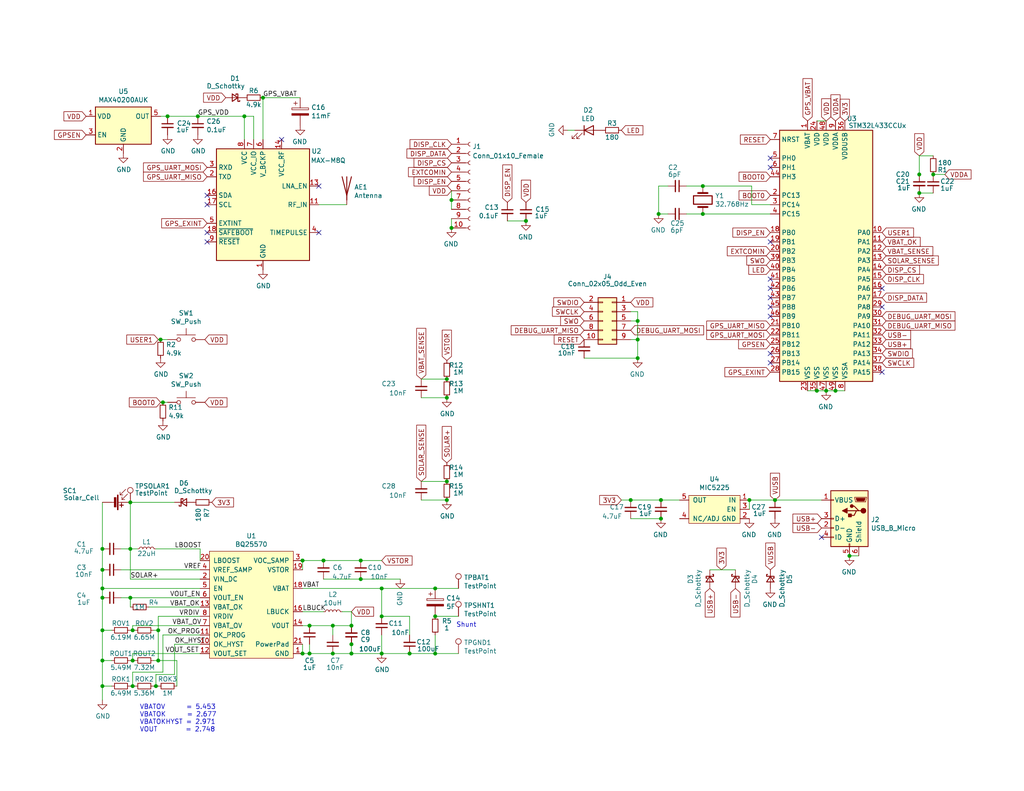
<source format=kicad_sch>
(kicad_sch (version 20211123) (generator eeschema)
  (paper "A")
  (junction (at 121.92 108.585))
  (junction (at 227.965 106.68))
  (junction (at 95.885 170.815))
  (junction (at 27.94 163.195))
  (junction (at 27.94 180.34))
  (junction (at 35.56 149.86))
  (junction (at 143.51 60.325))
  (junction (at 36.195 187.325))
  (junction (at 173.99 92.71))
  (junction (at 36.195 180.34))
  (junction (at 43.815 92.71))
  (junction (at 95.885 175.895))
  (junction (at 250.825 47.625))
  (junction (at 121.92 136.525))
  (junction (at 104.14 160.655))
  (junction (at 180.34 141.605))
  (junction (at 95.885 178.435))
  (junction (at 104.14 168.275))
  (junction (at 172.085 136.525))
  (junction (at 35.56 163.195))
  (junction (at 123.19 62.23))
  (junction (at 250.825 52.705))
  (junction (at 84.455 170.815))
  (junction (at 27.94 155.575))
  (junction (at 27.94 149.86))
  (junction (at 27.94 172.085))
  (junction (at 191.77 50.8))
  (junction (at 84.455 178.435))
  (junction (at 231.775 151.765))
  (junction (at 66.675 31.75))
  (junction (at 36.195 172.085))
  (junction (at 71.755 26.67))
  (junction (at 27.94 187.325))
  (junction (at 225.425 106.68))
  (junction (at 43.18 172.085))
  (junction (at 173.99 87.63))
  (junction (at 53.975 31.75))
  (junction (at 111.76 178.435))
  (junction (at 118.745 178.435))
  (junction (at 45.72 31.75))
  (junction (at 123.19 54.61))
  (junction (at 42.545 187.325))
  (junction (at 222.885 106.68))
  (junction (at 121.92 131.445))
  (junction (at 88.265 153.035))
  (junction (at 90.805 178.435))
  (junction (at 90.805 170.815))
  (junction (at 43.18 180.34))
  (junction (at 118.745 160.655))
  (junction (at 35.56 137.16))
  (junction (at 254.635 47.625))
  (junction (at 173.99 97.79))
  (junction (at 104.14 178.435))
  (junction (at 191.77 58.42))
  (junction (at 98.425 153.035))
  (junction (at 98.425 158.115))
  (junction (at 82.55 178.435))
  (junction (at 82.55 153.035))
  (junction (at 179.705 58.42))
  (junction (at 211.455 136.525))
  (junction (at 44.45 109.855))
  (junction (at 204.47 136.525))
  (junction (at 27.94 160.655))
  (junction (at 118.745 168.275))
  (junction (at 121.92 103.505))
  (junction (at 180.34 136.525))
  (no_connect (at 86.995 63.5))
  (no_connect (at 86.995 50.8))
  (no_connect (at 56.515 63.5))
  (no_connect (at 240.665 101.6))
  (no_connect (at 210.185 96.52))
  (no_connect (at 210.185 99.06))
  (no_connect (at 224.155 146.685))
  (no_connect (at 210.185 86.36))
  (no_connect (at 56.515 53.34))
  (no_connect (at 210.185 78.74))
  (no_connect (at 210.185 81.28))
  (no_connect (at 240.665 83.82))
  (no_connect (at 210.185 43.18))
  (no_connect (at 210.185 66.04))
  (no_connect (at 56.515 66.04))
  (no_connect (at 210.185 76.2))
  (no_connect (at 210.185 45.72))
  (no_connect (at 56.515 55.88))
  (no_connect (at 76.835 38.1))
  (no_connect (at 240.665 78.74))
  (no_connect (at 210.185 83.82))
  (wire (pts (xy 33.02 149.86) (xy 35.56 149.86)))
  (wire (pts (xy 84.455 170.815) (xy 90.805 170.815)))
  (wire (pts (xy 41.91 172.085) (xy 43.18 172.085)))
  (wire (pts (xy 90.805 178.435) (xy 95.885 178.435)))
  (wire (pts (xy 225.425 33.02) (xy 222.885 33.02)))
  (wire (pts (xy 43.18 168.275) (xy 43.18 172.085)))
  (wire (pts (xy 82.55 160.655) (xy 104.14 160.655)))
  (wire (pts (xy 86.995 55.88) (xy 94.615 55.88)))
  (wire (pts (xy 42.545 187.325) (xy 43.18 187.325)))
  (wire (pts (xy 44.45 109.855) (xy 45.72 109.855)))
  (wire (pts (xy 42.545 184.15) (xy 42.545 187.325)))
  (wire (pts (xy 95.885 167.005) (xy 93.345 167.005)))
  (wire (pts (xy 118.745 178.435) (xy 125.095 178.435)))
  (wire (pts (xy 95.885 178.435) (xy 95.885 175.895)))
  (wire (pts (xy 69.215 38.1) (xy 69.215 31.75)))
  (wire (pts (xy 114.935 136.525) (xy 121.92 136.525)))
  (wire (pts (xy 27.94 137.16) (xy 27.94 149.86)))
  (wire (pts (xy 220.345 106.68) (xy 222.885 106.68)))
  (wire (pts (xy 30.48 187.325) (xy 27.94 187.325)))
  (wire (pts (xy 138.43 60.325) (xy 143.51 60.325)))
  (wire (pts (xy 27.94 172.085) (xy 27.94 180.34)))
  (wire (pts (xy 114.935 103.505) (xy 121.92 103.505)))
  (wire (pts (xy 27.94 187.325) (xy 27.94 191.135)))
  (wire (pts (xy 234.315 151.765) (xy 231.775 151.765)))
  (wire (pts (xy 173.99 85.09) (xy 173.99 87.63)))
  (wire (pts (xy 27.94 180.34) (xy 27.94 187.325)))
  (wire (pts (xy 172.085 141.605) (xy 180.34 141.605)))
  (wire (pts (xy 95.885 170.815) (xy 95.885 167.005)))
  (wire (pts (xy 118.745 168.275) (xy 125.095 168.275)))
  (wire (pts (xy 114.935 108.585) (xy 121.92 108.585)))
  (wire (pts (xy 35.56 163.195) (xy 54.61 163.195)))
  (wire (pts (xy 47.625 184.15) (xy 42.545 184.15)))
  (wire (pts (xy 54.61 160.655) (xy 27.94 160.655)))
  (wire (pts (xy 43.18 92.71) (xy 43.815 92.71)))
  (wire (pts (xy 173.99 87.63) (xy 173.99 92.71)))
  (wire (pts (xy 254.635 47.625) (xy 257.81 47.625)))
  (wire (pts (xy 154.94 35.56) (xy 156.845 35.56)))
  (wire (pts (xy 44.45 173.355) (xy 54.61 173.355)))
  (wire (pts (xy 90.805 170.815) (xy 95.885 170.815)))
  (wire (pts (xy 35.56 149.86) (xy 35.56 158.115)))
  (wire (pts (xy 227.965 106.68) (xy 230.505 106.68)))
  (wire (pts (xy 104.14 160.655) (xy 118.745 160.655)))
  (wire (pts (xy 84.455 178.435) (xy 90.805 178.435)))
  (wire (pts (xy 30.48 180.34) (xy 27.94 180.34)))
  (wire (pts (xy 210.185 58.42) (xy 191.77 58.42)))
  (wire (pts (xy 82.55 175.895) (xy 82.55 178.435)))
  (wire (pts (xy 210.185 55.88) (xy 205.105 55.88)))
  (wire (pts (xy 36.195 172.085) (xy 35.56 172.085)))
  (wire (pts (xy 205.105 50.8) (xy 191.77 50.8)))
  (wire (pts (xy 123.19 62.23) (xy 123.19 59.69)))
  (wire (pts (xy 69.215 31.75) (xy 66.675 31.75)))
  (wire (pts (xy 36.195 187.325) (xy 36.83 187.325)))
  (wire (pts (xy 30.48 172.085) (xy 27.94 172.085)))
  (wire (pts (xy 71.755 26.67) (xy 81.915 26.67)))
  (wire (pts (xy 82.55 153.035) (xy 88.265 153.035)))
  (wire (pts (xy 27.94 155.575) (xy 27.94 160.655)))
  (wire (pts (xy 35.56 149.86) (xy 37.465 149.86)))
  (wire (pts (xy 33.02 163.195) (xy 35.56 163.195)))
  (wire (pts (xy 224.155 136.525) (xy 211.455 136.525)))
  (wire (pts (xy 179.705 58.42) (xy 179.705 50.8)))
  (wire (pts (xy 104.14 153.035) (xy 98.425 153.035)))
  (wire (pts (xy 36.195 183.515) (xy 44.45 183.515)))
  (wire (pts (xy 111.76 178.435) (xy 118.745 178.435)))
  (wire (pts (xy 104.14 178.435) (xy 111.76 178.435)))
  (wire (pts (xy 82.55 170.815) (xy 84.455 170.815)))
  (wire (pts (xy 118.745 160.655) (xy 125.095 160.655)))
  (wire (pts (xy 123.19 54.61) (xy 123.19 57.15)))
  (wire (pts (xy 82.55 155.575) (xy 82.55 153.035)))
  (wire (pts (xy 36.83 172.085) (xy 36.195 172.085)))
  (wire (pts (xy 88.265 167.005) (xy 82.55 167.005)))
  (wire (pts (xy 182.245 58.42) (xy 179.705 58.42)))
  (wire (pts (xy 35.56 187.325) (xy 36.195 187.325)))
  (wire (pts (xy 27.94 160.655) (xy 27.94 163.195)))
  (wire (pts (xy 104.14 173.355) (xy 104.14 178.435)))
  (wire (pts (xy 172.085 87.63) (xy 173.99 87.63)))
  (wire (pts (xy 66.675 38.1) (xy 66.675 31.75)))
  (wire (pts (xy 54.61 153.035) (xy 54.61 149.86)))
  (wire (pts (xy 36.83 180.34) (xy 36.195 180.34)))
  (wire (pts (xy 36.195 187.325) (xy 36.195 183.515)))
  (wire (pts (xy 104.14 168.275) (xy 111.76 168.275)))
  (wire (pts (xy 191.77 58.42) (xy 187.325 58.42)))
  (wire (pts (xy 173.99 97.79) (xy 173.99 92.71)))
  (wire (pts (xy 95.885 178.435) (xy 104.14 178.435)))
  (wire (pts (xy 27.94 149.86) (xy 27.94 155.575)))
  (wire (pts (xy 43.815 109.855) (xy 44.45 109.855)))
  (wire (pts (xy 71.755 38.1) (xy 71.755 26.67)))
  (wire (pts (xy 98.425 158.115) (xy 88.265 158.115)))
  (wire (pts (xy 54.61 170.815) (xy 36.195 170.815)))
  (wire (pts (xy 179.705 50.8) (xy 182.245 50.8)))
  (wire (pts (xy 172.085 92.71) (xy 173.99 92.71)))
  (wire (pts (xy 54.61 158.115) (xy 35.56 158.115)))
  (wire (pts (xy 84.455 178.435) (xy 84.455 175.895)))
  (wire (pts (xy 36.195 170.815) (xy 36.195 172.085)))
  (wire (pts (xy 254.635 42.545) (xy 250.825 42.545)))
  (wire (pts (xy 222.885 106.68) (xy 225.425 106.68)))
  (wire (pts (xy 193.675 155.575) (xy 200.66 155.575)))
  (wire (pts (xy 211.455 136.525) (xy 204.47 136.525)))
  (wire (pts (xy 42.545 149.86) (xy 54.61 149.86)))
  (wire (pts (xy 35.56 149.86) (xy 35.56 137.16)))
  (wire (pts (xy 250.825 42.545) (xy 250.825 47.625)))
  (wire (pts (xy 36.195 178.435) (xy 36.195 180.34)))
  (wire (pts (xy 123.19 54.61) (xy 123.19 52.07)))
  (wire (pts (xy 205.105 55.88) (xy 205.105 50.8)))
  (wire (pts (xy 36.195 180.34) (xy 35.56 180.34)))
  (wire (pts (xy 90.805 173.355) (xy 90.805 170.815)))
  (wire (pts (xy 54.61 168.275) (xy 43.18 168.275)))
  (wire (pts (xy 27.94 163.195) (xy 27.94 172.085)))
  (wire (pts (xy 35.56 165.735) (xy 35.56 163.195)))
  (wire (pts (xy 54.61 165.735) (xy 40.64 165.735)))
  (wire (pts (xy 33.02 155.575) (xy 54.61 155.575)))
  (wire (pts (xy 118.745 178.435) (xy 118.745 173.355)))
  (wire (pts (xy 43.18 172.085) (xy 43.18 180.34)))
  (wire (pts (xy 82.55 178.435) (xy 84.455 178.435)))
  (wire (pts (xy 187.325 50.8) (xy 191.77 50.8)))
  (wire (pts (xy 225.425 106.68) (xy 227.965 106.68)))
  (wire (pts (xy 48.26 180.34) (xy 48.26 187.325)))
  (wire (pts (xy 172.085 136.525) (xy 180.34 136.525)))
  (wire (pts (xy 35.56 137.16) (xy 47.625 137.16)))
  (wire (pts (xy 48.26 180.34) (xy 43.18 180.34)))
  (wire (pts (xy 41.91 187.325) (xy 42.545 187.325)))
  (wire (pts (xy 159.385 97.79) (xy 173.99 97.79)))
  (wire (pts (xy 114.935 131.445) (xy 121.92 131.445)))
  (wire (pts (xy 88.265 153.035) (xy 98.425 153.035)))
  (wire (pts (xy 204.47 139.065) (xy 204.47 136.525)))
  (wire (pts (xy 104.14 160.655) (xy 104.14 168.275)))
  (wire (pts (xy 98.425 158.115) (xy 109.22 158.115)))
  (wire (pts (xy 53.975 31.75) (xy 66.675 31.75)))
  (wire (pts (xy 180.34 136.525) (xy 185.42 136.525)))
  (wire (pts (xy 45.72 31.75) (xy 53.975 31.75)))
  (wire (pts (xy 47.625 175.895) (xy 47.625 184.15)))
  (wire (pts (xy 169.545 136.525) (xy 172.085 136.525)))
  (wire (pts (xy 41.91 180.34) (xy 43.18 180.34)))
  (wire (pts (xy 44.45 173.355) (xy 44.45 183.515)))
  (wire (pts (xy 36.195 178.435) (xy 54.61 178.435)))
  (wire (pts (xy 254.635 52.705) (xy 250.825 52.705)))
  (wire (pts (xy 172.085 85.09) (xy 173.99 85.09)))
  (wire (pts (xy 111.76 173.355) (xy 111.76 168.275)))
  (wire (pts (xy 43.815 31.75) (xy 45.72 31.75)))
  (wire (pts (xy 43.815 92.71) (xy 45.72 92.71)))
  (wire (pts (xy 54.61 175.895) (xy 47.625 175.895)))
  (text "VBATOV      = 5.453\nVBATOK      = 2.677\nVBATOKHYST = 2.971\nVOUT        = 2.748" (at 38.1 200.025 0) (effects (font (size 1.27 1.27)) (justify left bottom)))
  (text "Shunt" (at 124.46 171.45 0) (effects (font (size 1.27 1.27)) (justify left bottom)))
  (label "LBOOST" (at 47.625 149.86 0))
  (label "VRDIV" (at 48.895 168.275 0))
  (label "VOUT_SET" (at 45.085 178.435 0))
  (label "OK_HYST" (at 47.625 175.895 0))
  (label "VBAT_OV" (at 46.99 170.815 0))
  (label "SOLAR+" (at 35.56 158.115 0))
  (label "VREF" (at 50.165 155.575 0))
  (label "VBAT" (at 82.55 160.655 0))
  (label "LBUCK" (at 82.55 167.005 0))
  (label "GPS_VDD" (at 53.975 31.75 0))
  (label "VOUT_EN" (at 46.355 163.195 0))
  (label "OK_PROG" (at 45.72 173.355 0))
  (label "VBAT_OK" (at 46.355 165.735 0))
  (label "GPS_VBAT" (at 71.755 26.67 0))
  (global_label "EXTCOMIN" (shape input) (at 210.185 68.58 180) (property "Intersheet References" "${INTERSHEET_REFS}" (effects hide)))
  (global_label "SWCLK" (shape input) (at 240.665 99.06 0) (property "Intersheet References" "${INTERSHEET_REFS}" (effects hide)))
  (global_label "DISP_CS" (shape input) (at 123.19 44.45 180) (property "Intersheet References" "${INTERSHEET_REFS}" (effects hide)))
  (global_label "BOOT0" (shape input) (at 43.815 109.855 180) (property "Intersheet References" "${INTERSHEET_REFS}" (effects hide)))
  (global_label "VUSB" (shape input) (at 210.185 155.575 90) (property "Intersheet References" "${INTERSHEET_REFS}" (effects hide)))
  (global_label "VDD" (shape input) (at 172.085 82.55 0) (property "Intersheet References" "${INTERSHEET_REFS}" (effects hide)))
  (global_label "3V3" (shape input) (at 196.85 155.575 90) (property "Intersheet References" "${INTERSHEET_REFS}" (effects hide)))
  (global_label "VDD" (shape input) (at 225.425 33.02 90) (property "Intersheet References" "${INTERSHEET_REFS}" (effects hide)))
  (global_label "SOLAR_SENSE" (shape input) (at 240.665 71.12 0) (property "Intersheet References" "${INTERSHEET_REFS}" (effects hide)))
  (global_label "SWO" (shape input) (at 210.185 71.12 180) (property "Intersheet References" "${INTERSHEET_REFS}" (effects hide)))
  (global_label "BOOT0" (shape input) (at 210.185 48.26 180) (property "Intersheet References" "${INTERSHEET_REFS}" (effects hide)))
  (global_label "DEBUG_UART_MISO" (shape input) (at 159.385 90.17 180) (property "Intersheet References" "${INTERSHEET_REFS}" (effects hide)))
  (global_label "VDD" (shape input) (at 143.51 55.245 90) (property "Intersheet References" "${INTERSHEET_REFS}" (effects hide)))
  (global_label "VDD" (shape input) (at 123.19 52.07 180) (property "Intersheet References" "${INTERSHEET_REFS}" (effects hide)))
  (global_label "LED" (shape input) (at 169.545 35.56 0) (property "Intersheet References" "${INTERSHEET_REFS}" (effects hide)))
  (global_label "DISP_DATA" (shape input) (at 240.665 81.28 0) (property "Intersheet References" "${INTERSHEET_REFS}" (effects hide)))
  (global_label "3V3" (shape input) (at 230.505 33.02 90) (property "Intersheet References" "${INTERSHEET_REFS}" (effects hide)))
  (global_label "USB-" (shape input) (at 200.66 160.655 270) (property "Intersheet References" "${INTERSHEET_REFS}" (effects hide)))
  (global_label "GPS_EXINT" (shape input) (at 210.185 101.6 180) (property "Intersheet References" "${INTERSHEET_REFS}" (effects hide)))
  (global_label "GPSEN" (shape input) (at 210.185 93.98 180) (property "Intersheet References" "${INTERSHEET_REFS}" (effects hide)))
  (global_label "GPS_UART_MISO" (shape input) (at 56.515 48.26 180) (property "Intersheet References" "${INTERSHEET_REFS}" (effects hide)))
  (global_label "GPS_UART_MISO" (shape input) (at 210.185 88.9 180) (property "Intersheet References" "${INTERSHEET_REFS}" (effects hide)))
  (global_label "VDD" (shape input) (at 250.825 42.545 90) (property "Intersheet References" "${INTERSHEET_REFS}" (effects hide)))
  (global_label "VDDA" (shape input) (at 227.965 33.02 90) (property "Intersheet References" "${INTERSHEET_REFS}" (effects hide)))
  (global_label "RESET" (shape input) (at 210.185 38.1 180) (property "Intersheet References" "${INTERSHEET_REFS}" (effects hide)))
  (global_label "DISP_CS" (shape input) (at 240.665 73.66 0) (property "Intersheet References" "${INTERSHEET_REFS}" (effects hide)))
  (global_label "DEBUG_UART_MOSI" (shape input) (at 240.665 86.36 0) (property "Intersheet References" "${INTERSHEET_REFS}" (effects hide)))
  (global_label "VSTOR" (shape input) (at 121.92 98.425 90) (property "Intersheet References" "${INTERSHEET_REFS}" (effects hide)))
  (global_label "3V3" (shape input) (at 57.785 137.16 0) (property "Intersheet References" "${INTERSHEET_REFS}" (effects hide)))
  (global_label "SWO" (shape input) (at 159.385 87.63 180) (property "Intersheet References" "${INTERSHEET_REFS}" (effects hide)))
  (global_label "USB-" (shape input) (at 240.665 91.44 0) (property "Intersheet References" "${INTERSHEET_REFS}" (effects hide)))
  (global_label "SWDIO" (shape input) (at 159.385 82.55 180) (property "Intersheet References" "${INTERSHEET_REFS}" (effects hide)))
  (global_label "USER1" (shape input) (at 240.665 63.5 0) (property "Intersheet References" "${INTERSHEET_REFS}" (effects hide)))
  (global_label "GPS_UART_MOSI" (shape input) (at 56.515 45.72 180) (property "Intersheet References" "${INTERSHEET_REFS}" (effects hide)))
  (global_label "USER1" (shape input) (at 43.18 92.71 180) (property "Intersheet References" "${INTERSHEET_REFS}" (effects hide)))
  (global_label "DEBUG_UART_MOSI" (shape input) (at 172.085 90.17 0) (property "Intersheet References" "${INTERSHEET_REFS}" (effects hide)))
  (global_label "SWDIO" (shape input) (at 240.665 96.52 0) (property "Intersheet References" "${INTERSHEET_REFS}" (effects hide)))
  (global_label "LED" (shape input) (at 210.185 73.66 180) (property "Intersheet References" "${INTERSHEET_REFS}" (effects hide)))
  (global_label "VDD" (shape input) (at 61.595 26.67 180) (property "Intersheet References" "${INTERSHEET_REFS}" (effects hide)))
  (global_label "USB-" (shape input) (at 224.155 144.145 180) (property "Intersheet References" "${INTERSHEET_REFS}" (effects hide)))
  (global_label "GPS_EXINT" (shape input) (at 56.515 60.96 180) (property "Intersheet References" "${INTERSHEET_REFS}" (effects hide)))
  (global_label "VBAT_SENSE" (shape input) (at 240.665 68.58 0) (property "Intersheet References" "${INTERSHEET_REFS}" (effects hide)))
  (global_label "DISP_EN" (shape input) (at 210.185 63.5 180) (property "Intersheet References" "${INTERSHEET_REFS}" (effects hide)))
  (global_label "VSTOR" (shape input) (at 104.14 153.035 0) (property "Intersheet References" "${INTERSHEET_REFS}" (effects hide)))
  (global_label "SOLAR_SENSE" (shape input) (at 114.935 131.445 90) (property "Intersheet References" "${INTERSHEET_REFS}" (effects hide)))
  (global_label "RESET" (shape input) (at 159.385 92.71 180) (property "Intersheet References" "${INTERSHEET_REFS}" (effects hide)))
  (global_label "USB+" (shape input) (at 193.675 160.655 270) (property "Intersheet References" "${INTERSHEET_REFS}" (effects hide)))
  (global_label "BOOT0" (shape input) (at 210.185 53.34 180) (property "Intersheet References" "${INTERSHEET_REFS}" (effects hide)))
  (global_label "SOLAR+" (shape input) (at 121.92 126.365 90) (property "Intersheet References" "${INTERSHEET_REFS}" (effects hide)))
  (global_label "VUSB" (shape input) (at 211.455 136.525 90) (property "Intersheet References" "${INTERSHEET_REFS}" (effects hide)))
  (global_label "3V3" (shape input) (at 169.545 136.525 180) (property "Intersheet References" "${INTERSHEET_REFS}" (effects hide)))
  (global_label "EXTCOMIN" (shape input) (at 123.19 46.99 180) (property "Intersheet References" "${INTERSHEET_REFS}" (effects hide)))
  (global_label "GPS_VBAT" (shape input) (at 220.345 33.02 90) (property "Intersheet References" "${INTERSHEET_REFS}" (effects hide)))
  (global_label "GPS_UART_MOSI" (shape input) (at 210.185 91.44 180) (property "Intersheet References" "${INTERSHEET_REFS}" (effects hide)))
  (global_label "USB+" (shape input) (at 224.155 141.605 180) (property "Intersheet References" "${INTERSHEET_REFS}" (effects hide)))
  (global_label "DISP_DATA" (shape input) (at 123.19 41.91 180) (property "Intersheet References" "${INTERSHEET_REFS}" (effects hide)))
  (global_label "VDD" (shape input) (at 23.495 31.75 180) (property "Intersheet References" "${INTERSHEET_REFS}" (effects hide)))
  (global_label "DISP_CLK" (shape input) (at 240.665 76.2 0) (property "Intersheet References" "${INTERSHEET_REFS}" (effects hide)))
  (global_label "VBAT_OK" (shape input) (at 240.665 66.04 0) (property "Intersheet References" "${INTERSHEET_REFS}" (effects hide)))
  (global_label "VDDA" (shape input) (at 257.81 47.625 0) (property "Intersheet References" "${INTERSHEET_REFS}" (effects hide)))
  (global_label "SWCLK" (shape input) (at 159.385 85.09 180) (property "Intersheet References" "${INTERSHEET_REFS}" (effects hide)))
  (global_label "DEBUG_UART_MISO" (shape input) (at 240.665 88.9 0) (property "Intersheet References" "${INTERSHEET_REFS}" (effects hide)))
  (global_label "GPSEN" (shape input) (at 23.495 36.83 180) (property "Intersheet References" "${INTERSHEET_REFS}" (effects hide)))
  (global_label "DISP_EN" (shape input) (at 123.19 49.53 180) (property "Intersheet References" "${INTERSHEET_REFS}" (effects hide)))
  (global_label "VDD" (shape input) (at 95.885 167.005 0) (property "Intersheet References" "${INTERSHEET_REFS}" (effects hide)))
  (global_label "VDD" (shape input) (at 55.88 109.855 0) (property "Intersheet References" "${INTERSHEET_REFS}" (effects hide)))
  (global_label "DISP_CLK" (shape input) (at 123.19 39.37 180) (property "Intersheet References" "${INTERSHEET_REFS}" (effects hide)))
  (global_label "USB+" (shape input) (at 240.665 93.98 0) (property "Intersheet References" "${INTERSHEET_REFS}" (effects hide)))
  (global_label "DISP_EN" (shape input) (at 138.43 55.245 90) (property "Intersheet References" "${INTERSHEET_REFS}" (effects hide)))
  (global_label "VDD" (shape input) (at 55.88 92.71 0) (property "Intersheet References" "${INTERSHEET_REFS}" (effects hide)))
  (global_label "VBAT_SENSE" (shape input) (at 114.935 103.505 90) (property "Intersheet References" "${INTERSHEET_REFS}" (effects hide)))
  (symbol (lib_id "Device:C_Small") (at 53.975 34.29 0) (unit 1)
    (property "Reference" "C26" (at 56.3118 33.1216 0) (effects (justify left)))
    (property "Value" "0.1uF" (at 56.3118 35.433 0) (effects (justify left)))
    (property "Footprint" "Capacitor_SMD:C_0603_1608Metric" (effects hide))
  )
  (symbol (lib_id "power:GND") (at 71.755 73.66 0) (unit 1)
    (property "Reference" "#PWR015" (effects hide))
    (property "Value" "GND" (at 71.882 78.0542 0))
  )
  (symbol (lib_id "power:GND") (at 53.975 36.83 0) (unit 1)
    (property "Reference" "#PWR012" (effects hide))
    (property "Value" "GND" (at 54.102 41.2242 0))
  )
  (symbol (lib_id "Device:C_Small") (at 45.72 34.29 0) (unit 1)
    (property "Reference" "C24" (at 48.26 33.655 0) (effects (justify left)))
    (property "Value" "1uF" (at 48.0568 35.433 0) (effects (justify left)))
    (property "Footprint" "Capacitor_SMD:C_0603_1608Metric" (effects hide))
  )
  (symbol (lib_id "power:GND") (at 45.72 36.83 0) (unit 1)
    (property "Reference" "#PWR011" (effects hide))
    (property "Value" "GND" (at 45.847 41.2242 0))
  )
  (symbol (lib_id "Switch:SW_Push") (at 50.8 92.71 0) (unit 1)
    (property "Reference" "SW1" (at 50.8 85.471 0))
    (property "Value" "SW_Push" (at 50.8 87.7824 0))
    (property "Footprint" "Button_Switch_SMD:SW_Push_1P1T_NO_6x6mm_H9.5mm" (effects hide))
    (property "Part" "KSC471G 70SH LFS PF" (effects hide))
  )
  (symbol (lib_id "Switch:SW_Push") (at 50.8 109.855 0) (unit 1)
    (property "Reference" "SW2" (at 50.8 102.616 0))
    (property "Value" "SW_Push" (at 50.8 104.9274 0))
    (property "Footprint" "Button_Switch_SMD:SW_Push_1P1T_NO_6x6mm_H9.5mm" (effects hide))
    (property "Part" "KSC471G 70SH LFS PF" (effects hide))
  )
  (symbol (lib_id "Device:R_Small") (at 44.45 112.395 0) (mirror y) (unit 1)
    (property "Reference" "R11" (at 45.9486 111.2266 0) (effects (justify right)))
    (property "Value" "4.9k" (at 45.9486 113.538 0) (effects (justify right)))
    (property "Footprint" "Resistor_SMD:R_0603_1608Metric" (effects hide))
  )
  (symbol (lib_id "power:GND") (at 44.45 114.935 0) (unit 1)
    (property "Reference" "#PWR08" (effects hide))
    (property "Value" "GND" (at 44.577 119.3292 0))
  )
  (symbol (lib_id "Device:L_Small") (at 40.005 149.86 90) (unit 1)
    (property "Reference" "L1" (at 40.005 147.955 90))
    (property "Value" "22uH" (at 40.005 151.13 90))
    (property "Footprint" "Margo_Lib:744031220" (effects hide))
    (property "Part" "744031220" (effects hide))
  )
  (symbol (lib_id "Device:Solar_Cell") (at 30.48 137.16 270) (unit 1)
    (property "Reference" "SC1" (at 19.05 133.985 90))
    (property "Value" "Solar_Cell" (at 22.225 135.89 90))
    (property "Footprint" "Margo_Lib:SM141K09L" (effects hide))
  )
  (symbol (lib_id "power:GND") (at 27.94 191.135 0) (unit 1)
    (property "Reference" "#PWR01" (effects hide))
    (property "Value" "GND" (at 28.067 195.5292 0))
  )
  (symbol (lib_id "Device:R_Small") (at 38.1 165.735 270) (mirror x) (unit 1)
    (property "Reference" "R4" (at 41.91 164.465 90))
    (property "Value" "1M" (at 38.1 165.735 90))
    (property "Footprint" "Resistor_SMD:R_0603_1608Metric" (effects hide))
  )
  (symbol (lib_id "Device:C_Small") (at 30.48 155.575 270) (mirror x) (unit 1)
    (property "Reference" "C3" (at 22.225 154.94 90))
    (property "Value" "10nF" (at 22.86 156.845 90))
    (property "Footprint" "Capacitor_SMD:C_0603_1608Metric" (effects hide))
  )
  (symbol (lib_id "Device:C_Small") (at 30.48 149.86 270) (mirror x) (unit 1)
    (property "Reference" "C1" (at 22.225 148.59 90))
    (property "Value" "4.7uF" (at 22.86 150.495 90))
    (property "Footprint" "Capacitor_SMD:C_0805_2012Metric" (effects hide))
  )
  (symbol (lib_id "Device:C_Small") (at 30.48 163.195 270) (mirror x) (unit 1)
    (property "Reference" "C4" (at 22.225 162.56 90))
    (property "Value" "1uF" (at 22.86 164.465 90))
    (property "Footprint" "Capacitor_SMD:C_0603_1608Metric" (effects hide))
  )
  (symbol (lib_id "Device:R_Small") (at 33.02 172.085 270) (mirror x) (unit 1)
    (property "Reference" "ROV1" (at 33.02 170.18 90))
    (property "Value" "6.19M" (at 33.02 173.99 90))
    (property "Footprint" "Resistor_SMD:R_0603_1608Metric" (effects hide))
  )
  (symbol (lib_id "Device:R_Small") (at 39.37 172.085 270) (mirror x) (unit 1)
    (property "Reference" "ROV2" (at 39.37 170.18 90))
    (property "Value" "6.65M" (at 39.37 173.99 90))
    (property "Footprint" "Resistor_SMD:R_0603_1608Metric" (effects hide))
  )
  (symbol (lib_id "Device:R_Small") (at 39.37 180.34 270) (mirror x) (unit 1)
    (property "Reference" "ROUT2" (at 39.37 178.435 90))
    (property "Value" "7.32M" (at 39.37 182.245 90))
    (property "Footprint" "Resistor_SMD:R_0603_1608Metric" (effects hide))
  )
  (symbol (lib_id "Device:R_Small") (at 33.02 180.34 270) (mirror x) (unit 1)
    (property "Reference" "ROUT1" (at 33.02 178.435 90))
    (property "Value" "5.49M" (at 33.02 182.245 90))
    (property "Footprint" "Resistor_SMD:R_0603_1608Metric" (effects hide))
  )
  (symbol (lib_id "Device:R_Small") (at 33.02 187.325 270) (mirror x) (unit 1)
    (property "Reference" "ROK1" (at 33.02 185.42 90))
    (property "Value" "6.49M" (at 33.02 189.23 90))
    (property "Footprint" "Resistor_SMD:R_0603_1608Metric" (effects hide))
  )
  (symbol (lib_id "Device:R_Small") (at 39.37 187.325 270) (mirror x) (unit 1)
    (property "Reference" "ROK2" (at 39.37 185.42 90))
    (property "Value" "5.36M" (at 39.37 189.23 90))
    (property "Footprint" "Resistor_SMD:R_0603_1608Metric" (effects hide))
  )
  (symbol (lib_id "Device:R_Small") (at 45.72 187.325 270) (mirror x) (unit 1)
    (property "Reference" "ROK3" (at 45.72 185.42 90))
    (property "Value" "1M" (at 45.72 189.23 90))
    (property "Footprint" "Resistor_SMD:R_0603_1608Metric" (effects hide))
  )
  (symbol (lib_id "power:GND") (at 104.14 178.435 0) (unit 1)
    (property "Reference" "#PWR02" (effects hide))
    (property "Value" "GND" (at 104.267 182.8292 0))
  )
  (symbol (lib_id "Device:L_Small") (at 90.805 167.005 90) (unit 1)
    (property "Reference" "L2" (at 90.805 162.306 90))
    (property "Value" "10uH" (at 90.805 164.6174 90))
    (property "Footprint" "Margo_Lib:744029100" (effects hide))
    (property "Part" "744029100" (effects hide))
  )
  (symbol (lib_id "Device:C_Small") (at 88.265 155.575 0) (mirror x) (unit 1)
    (property "Reference" "C6" (at 92.075 154.94 0))
    (property "Value" "4.7uF" (at 93.345 157.48 0))
    (property "Footprint" "Capacitor_SMD:C_0805_2012Metric" (effects hide))
  )
  (symbol (lib_id "Device:C_Small") (at 98.425 155.575 0) (mirror x) (unit 1)
    (property "Reference" "C10" (at 102.235 154.94 0))
    (property "Value" "10nF" (at 103.505 157.48 0))
    (property "Footprint" "Capacitor_SMD:C_0603_1608Metric" (effects hide))
  )
  (symbol (lib_id "power:GND") (at 109.22 158.115 0) (mirror y) (unit 1)
    (property "Reference" "#PWR03" (effects hide))
    (property "Value" "GND" (at 109.093 161.3662 90) (effects (justify right)))
  )
  (symbol (lib_id "Device:C_Small") (at 90.805 175.895 0) (mirror x) (unit 1)
    (property "Reference" "C7" (at 91.44 180.34 0))
    (property "Value" "10nF" (at 91.44 182.245 0))
    (property "Footprint" "Capacitor_SMD:C_0603_1608Metric" (effects hide))
  )
  (symbol (lib_id "Device:C_Small") (at 84.455 173.355 0) (mirror x) (unit 1)
    (property "Reference" "C5" (at 84.455 180.34 0))
    (property "Value" "1uF" (at 84.455 182.245 0))
    (property "Footprint" "Capacitor_SMD:C_0603_1608Metric" (effects hide))
  )
  (symbol (lib_id "Device:C_Small") (at 95.885 173.355 0) (mirror x) (unit 1)
    (property "Reference" "C8" (at 99.695 172.72 0))
    (property "Value" "100uF" (at 100.965 177.165 0))
    (property "Footprint" "Capacitor_SMD:C_1206_3216Metric" (effects hide))
  )
  (symbol (lib_id "Device:C_Small") (at 104.14 170.815 0) (mirror x) (unit 1)
    (property "Reference" "C11" (at 107.95 170.18 0))
    (property "Value" "10nF" (at 109.22 172.72 0))
    (property "Footprint" "Capacitor_SMD:C_0603_1608Metric" (effects hide))
  )
  (symbol (lib_id "Device:R_Small") (at 121.92 106.045 0) (mirror x) (unit 1)
    (property "Reference" "R13" (at 124.46 104.775 0))
    (property "Value" "1M" (at 125.095 106.68 0))
    (property "Footprint" "Resistor_SMD:R_0603_1608Metric" (effects hide))
  )
  (symbol (lib_id "Device:C_Small") (at 114.935 106.045 0) (mirror x) (unit 1)
    (property "Reference" "C23" (at 106.045 104.775 0))
    (property "Value" "10nF" (at 108.585 107.315 0))
    (property "Footprint" "Capacitor_SMD:C_0603_1608Metric" (effects hide))
  )
  (symbol (lib_id "power:GND") (at 121.92 108.585 0) (unit 1)
    (property "Reference" "#PWR010" (effects hide))
    (property "Value" "GND" (at 122.047 112.9792 0))
  )
  (symbol (lib_id "Device:R_Small") (at 121.92 100.965 0) (mirror x) (unit 1)
    (property "Reference" "R12" (at 124.46 99.695 0))
    (property "Value" "1M" (at 125.095 101.6 0))
    (property "Footprint" "Resistor_SMD:R_0603_1608Metric" (effects hide))
  )
  (symbol (lib_id "Device:R_Small") (at 121.92 133.985 0) (mirror x) (unit 1)
    (property "Reference" "R15" (at 124.46 132.715 0))
    (property "Value" "1M" (at 125.095 134.62 0))
    (property "Footprint" "Resistor_SMD:R_0603_1608Metric" (effects hide))
  )
  (symbol (lib_id "Device:C_Small") (at 114.935 133.985 0) (mirror x) (unit 1)
    (property "Reference" "C28" (at 106.045 132.715 0))
    (property "Value" "10nF" (at 108.585 135.255 0))
    (property "Footprint" "Capacitor_SMD:C_0603_1608Metric" (effects hide))
  )
  (symbol (lib_id "power:GND") (at 121.92 136.525 0) (unit 1)
    (property "Reference" "#PWR017" (effects hide))
    (property "Value" "GND" (at 122.047 140.9192 0))
  )
  (symbol (lib_id "Device:R_Small") (at 121.92 128.905 0) (mirror x) (unit 1)
    (property "Reference" "R14" (at 124.46 127.635 0))
    (property "Value" "1M" (at 125.095 129.54 0))
    (property "Footprint" "Resistor_SMD:R_0603_1608Metric" (effects hide))
  )
  (symbol (lib_id "RF_GPS:MAX-M8Q") (at 71.755 55.88 0) (unit 1)
    (property "Reference" "U2" (at 86.36 41.275 0))
    (property "Value" "MAX-M8Q" (at 89.535 43.815 0))
    (property "Footprint" "RF_GPS:ublox_MAX" (effects hide))
    (property "Datasheet" "https://www.u-blox.com/sites/default/files/MAX-M8-FW3_DataSheet_%28UBX-15031506%29.pdf" (effects hide))
  )
  (symbol (lib_id "Connector_Generic:Conn_02x05_Odd_Even") (at 167.005 87.63 0) (mirror y) (unit 1)
    (property "Reference" "J4" (at 165.735 75.565 0))
    (property "Value" "Conn_02x05_Odd_Even" (at 165.735 77.47 0))
    (property "Footprint" "Connector_PinHeader_2.00mm:PinHeader_2x05_P2.00mm_Vertical_SMD" (effects hide))
  )
  (symbol (lib_id "MargoGeneral:BQ25570") (at 57.15 179.705 0) (unit 1)
    (property "Reference" "U1" (at 68.58 146.304 0))
    (property "Value" "BQ25570" (at 68.58 148.6154 0))
    (property "Footprint" "Package_DFN_QFN:QFN-20-1EP_3.5x3.5mm_P0.5mm_EP2x2mm" (effects hide))
  )
  (symbol (lib_id "Device:C_Small") (at 95.885 173.355 0) (mirror x) (unit 1)
    (property "Reference" "C9" (at 99.695 174.625 0))
    (property "Value" "100uF" (at 100.965 177.165 0))
    (property "Footprint" "Capacitor_SMD:C_1206_3216Metric" (effects hide))
  )
  (symbol (lib_id "Device:R_Small") (at 118.745 170.815 0) (mirror x) (unit 1)
    (property "Reference" "R5" (at 121.92 169.545 0))
    (property "Value" "1" (at 121.92 171.45 0))
    (property "Footprint" "Resistor_SMD:R_0603_1608Metric" (effects hide))
  )
  (symbol (lib_id "Connector:TestPoint") (at 125.095 168.275 0) (unit 1)
    (property "Reference" "TPSHNT1" (at 126.5682 165.2778 0) (effects (justify left)))
    (property "Value" "TestPoint" (at 126.5682 167.5892 0) (effects (justify left)))
    (property "Footprint" "TestPoint:TestPoint_THTPad_1.0x1.0mm_Drill0.5mm" (effects hide))
  )
  (symbol (lib_id "Device:CP") (at 118.745 164.465 0) (unit 1)
    (property "Reference" "C14" (at 121.7422 163.2966 0) (effects (justify left)))
    (property "Value" "5F" (at 121.7422 165.608 0) (effects (justify left)))
    (property "Footprint" "Connector_PinHeader_2.54mm:PinHeader_1x02_P2.54mm_Vertical" (effects hide))
  )
  (symbol (lib_id "Device:C_Small") (at 111.76 175.895 0) (mirror x) (unit 1)
    (property "Reference" "C12" (at 115.57 175.26 0))
    (property "Value" "100uF" (at 116.84 177.165 0))
    (property "Footprint" "Capacitor_SMD:C_1206_3216Metric" (effects hide))
  )
  (symbol (lib_id "MCU_ST_STM32L4:STM32L433CCUx") (at 225.425 68.58 0) (unit 1)
    (property "Reference" "U3" (at 232.41 32.385 0))
    (property "Value" "STM32L433CCUx" (at 239.395 34.29 0))
    (property "Footprint" "Package_DFN_QFN:QFN-48-1EP_7x7mm_P0.5mm_EP5.6x5.6mm" (effects hide))
    (property "Datasheet" "http://www.st.com/st-web-ui/static/active/en/resource/technical/document/datasheet/DM00257192.pdf" (effects hide))
  )
  (symbol (lib_id "Connector:TestPoint") (at 125.095 178.435 0) (unit 1)
    (property "Reference" "TPGND1" (at 126.5682 175.4378 0) (effects (justify left)))
    (property "Value" "TestPoint" (at 126.5682 177.7492 0) (effects (justify left)))
    (property "Footprint" "TestPoint:TestPoint_THTPad_1.0x1.0mm_Drill0.5mm" (effects hide))
  )
  (symbol (lib_id "Device:CP") (at 81.915 30.48 0) (unit 1)
    (property "Reference" "C16" (at 84.9122 29.3116 0) (effects (justify left)))
    (property "Value" "11mF" (at 84.9122 31.623 0) (effects (justify left)))
    (property "Footprint" "Capacitor_SMD:C_1210_3225Metric" (effects hide))
    (property "Part" "CPH3225A" (effects hide))
  )
  (symbol (lib_id "Device:Antenna") (at 94.615 50.8 0) (unit 1)
    (property "Reference" "AE1" (at 96.647 51.0794 0) (effects (justify left)))
    (property "Value" "Antenna" (at 96.647 53.3908 0) (effects (justify left)))
    (property "Footprint" "Margo_Lib:CGIP.25.4.A.02" (effects hide))
  )
  (symbol (lib_id "SolarGPS-rescue:USB_B_Micro-Connector") (at 231.775 141.605 0) (mirror y) (unit 1)
    (property "Reference" "J2" (at 237.617 141.8844 0) (effects (justify right)))
    (property "Value" "USB_B_Micro" (at 237.617 144.1958 0) (effects (justify right)))
    (property "Footprint" "Connector_USB:USB_Micro-B_GCT_USB3076-30-A" (effects hide))
  )
  (symbol (lib_id "power:GND") (at 231.775 151.765 0) (mirror y) (unit 1)
    (property "Reference" "#PWR020" (effects hide))
    (property "Value" "GND" (at 231.648 156.1592 0))
  )
  (symbol (lib_id "MargoGeneral:MIC5225") (at 201.93 142.875 0) (mirror y) (unit 1)
    (property "Reference" "U4" (at 194.945 130.81 0))
    (property "Value" "MIC5225" (at 194.945 133.1214 0))
    (property "Footprint" "Package_TO_SOT_SMD:SOT-23-5" (effects hide))
  )
  (symbol (lib_id "power:GND") (at 81.915 34.29 0) (mirror y) (unit 1)
    (property "Reference" "#PWR0103" (effects hide))
    (property "Value" "GND" (at 81.788 38.6842 0))
  )
  (symbol (lib_id "Analog_Switch:MAX40200AUK") (at 33.655 34.29 0) (unit 1)
    (property "Reference" "U5" (at 33.655 24.9682 0))
    (property "Value" "MAX40200AUK" (at 33.655 27.2796 0))
    (property "Footprint" "Package_TO_SOT_SMD:SOT-23-5" (effects hide))
    (property "Datasheet" "https://datasheets.maximintegrated.com/en/ds/MAX40200.pdf" (effects hide))
  )
  (symbol (lib_id "Device:R_Small") (at 69.215 26.67 270) (mirror x) (unit 1)
    (property "Reference" "R6" (at 69.215 24.765 90))
    (property "Value" "4.9k" (at 69.215 28.575 90))
    (property "Footprint" "Resistor_SMD:R_0603_1608Metric" (effects hide))
  )
  (symbol (lib_id "Device:D_Schottky_Small") (at 64.135 26.67 180) (unit 1)
    (property "Reference" "D1" (at 64.135 21.4122 0))
    (property "Value" "D_Schottky" (at 61.595 23.495 0))
    (property "Footprint" "Diode_SMD:D_SOD-523" (effects hide))
  )
  (symbol (lib_id "Device:C_Small") (at 211.455 139.065 0) (mirror y) (unit 1)
    (property "Reference" "C27" (at 208.915 138.43 0) (effects (justify left)))
    (property "Value" "1uF" (at 209.1182 140.208 0) (effects (justify left)))
    (property "Footprint" "Capacitor_SMD:C_0603_1608Metric" (effects hide))
  )
  (symbol (lib_id "power:GND") (at 211.455 141.605 0) (mirror y) (unit 1)
    (property "Reference" "#PWR019" (effects hide))
    (property "Value" "GND" (at 211.328 145.9992 0))
  )
  (symbol (lib_id "power:GND") (at 204.47 141.605 0) (mirror y) (unit 1)
    (property "Reference" "#PWR013" (effects hide))
    (property "Value" "GND" (at 204.343 145.9992 0))
  )
  (symbol (lib_id "Device:C_Small") (at 180.34 139.065 0) (mirror y) (unit 1)
    (property "Reference" "C19" (at 177.8 138.43 0) (effects (justify left)))
    (property "Value" "1uF" (at 178.0032 140.208 0) (effects (justify left)))
    (property "Footprint" "Capacitor_SMD:C_0603_1608Metric" (effects hide))
  )
  (symbol (lib_id "power:GND") (at 180.34 141.605 0) (mirror y) (unit 1)
    (property "Reference" "#PWR06" (effects hide))
    (property "Value" "GND" (at 180.213 145.9992 0))
  )
  (symbol (lib_id "Device:C_Small") (at 172.085 139.065 180) (unit 1)
    (property "Reference" "C17" (at 168.275 138.43 0))
    (property "Value" "4.7uF" (at 167.005 140.97 0))
    (property "Footprint" "Capacitor_SMD:C_0805_2012Metric" (effects hide))
  )
  (symbol (lib_id "Device:D_Schottky_Small") (at 193.675 158.115 270) (unit 1)
    (property "Reference" "D3" (at 188.4172 158.115 0))
    (property "Value" "D_Schottky" (at 190.5 160.655 0))
    (property "Footprint" "Diode_SMD:D_SOD-523" (effects hide))
  )
  (symbol (lib_id "Device:D_Schottky_Small") (at 200.66 158.115 90) (mirror x) (unit 1)
    (property "Reference" "D4" (at 205.9178 158.115 0))
    (property "Value" "D_Schottky" (at 203.835 160.655 0))
    (property "Footprint" "Diode_SMD:D_SOD-523" (effects hide))
  )
  (symbol (lib_id "Connector:Conn_01x10_Female") (at 128.27 49.53 0) (unit 1)
    (property "Reference" "J1" (at 128.905 40.005 0) (effects (justify left)))
    (property "Value" "Conn_01x10_Female" (at 128.905 42.545 0) (effects (justify left)))
    (property "Footprint" "Margo_Lib:AYF531035" (effects hide))
  )
  (symbol (lib_id "Device:D_Schottky_Small") (at 210.185 158.115 90) (mirror x) (unit 1)
    (property "Reference" "D5" (at 215.4428 158.115 0))
    (property "Value" "D_Schottky" (at 213.36 160.655 0))
    (property "Footprint" "Diode_SMD:D_SOD-523" (effects hide))
  )
  (symbol (lib_id "power:GND") (at 210.185 160.655 0) (mirror y) (unit 1)
    (property "Reference" "#PWR018" (effects hide))
    (property "Value" "GND" (at 210.058 165.0492 0))
  )
  (symbol (lib_id "Device:C_Small") (at 138.43 57.785 0) (mirror y) (unit 1)
    (property "Reference" "C13" (at 136.0932 56.6166 0) (effects (justify left)))
    (property "Value" "0.1uF" (at 136.0932 58.928 0) (effects (justify left)))
    (property "Footprint" "Capacitor_SMD:C_0603_1608Metric" (effects hide))
  )
  (symbol (lib_id "Device:R_Small") (at 55.245 137.16 270) (mirror x) (unit 1)
    (property "Reference" "R7" (at 56.4134 138.6586 0) (effects (justify right)))
    (property "Value" "180" (at 54.102 138.6586 0) (effects (justify right)))
    (property "Footprint" "Resistor_SMD:R_0603_1608Metric" (effects hide))
  )
  (symbol (lib_id "Device:D_Schottky_Small") (at 50.165 137.16 0) (mirror x) (unit 1)
    (property "Reference" "D6" (at 50.165 131.9022 0))
    (property "Value" "D_Schottky" (at 52.705 133.985 0))
    (property "Footprint" "Diode_SMD:D_SOD-523" (effects hide))
  )
  (symbol (lib_id "power:GND") (at 33.655 41.91 0) (unit 1)
    (property "Reference" "#PWR0104" (effects hide))
    (property "Value" "GND" (at 33.782 46.3042 0))
  )
  (symbol (lib_id "Device:C_Small") (at 143.51 57.785 0) (unit 1)
    (property "Reference" "C15" (at 146.05 57.15 0) (effects (justify left)))
    (property "Value" "1uF" (at 145.8468 58.928 0) (effects (justify left)))
    (property "Footprint" "Capacitor_SMD:C_0603_1608Metric" (effects hide))
  )
  (symbol (lib_id "power:GND") (at 123.19 62.23 0) (mirror y) (unit 1)
    (property "Reference" "#PWR04" (effects hide))
    (property "Value" "GND" (at 123.063 66.6242 0))
  )
  (symbol (lib_id "power:GND") (at 143.51 60.325 0) (mirror y) (unit 1)
    (property "Reference" "#PWR05" (effects hide))
    (property "Value" "GND" (at 143.383 64.7192 0))
  )
  (symbol (lib_id "Connector:TestPoint") (at 125.095 160.655 0) (unit 1)
    (property "Reference" "TPBAT1" (at 126.5682 157.6578 0) (effects (justify left)))
    (property "Value" "TestPoint" (at 126.5682 159.9692 0) (effects (justify left)))
    (property "Footprint" "TestPoint:TestPoint_THTPad_1.0x1.0mm_Drill0.5mm" (effects hide))
  )
  (symbol (lib_id "Connector:TestPoint") (at 35.56 137.16 0) (unit 1)
    (property "Reference" "TPSOLAR1" (at 36.83 132.715 0) (effects (justify left)))
    (property "Value" "TestPoint" (at 36.83 134.62 0) (effects (justify left)))
    (property "Footprint" "TestPoint:TestPoint_THTPad_1.0x1.0mm_Drill0.5mm" (effects hide))
  )
  (symbol (lib_id "Device:LED") (at 160.655 35.56 0) (unit 1)
    (property "Reference" "D2" (at 160.4772 30.0736 0))
    (property "Value" "LED" (at 160.4772 32.385 0))
    (property "Footprint" "Diode_SMD:D_0805_2012Metric" (effects hide))
    (property "PArt" "LTST-S270CKT" (effects hide))
  )
  (symbol (lib_id "power:GND") (at 154.94 35.56 270) (mirror x) (unit 1)
    (property "Reference" "#PWR0102" (effects hide))
    (property "Value" "GND" (at 150.5458 35.433 0))
  )
  (symbol (lib_id "Device:R_Small") (at 167.005 35.56 270) (mirror x) (unit 1)
    (property "Reference" "R3" (at 167.005 33.655 90))
    (property "Value" "180" (at 167.005 37.465 90))
    (property "Footprint" "Resistor_SMD:R_0603_1608Metric" (effects hide))
  )
  (symbol (lib_id "power:GND") (at 225.425 106.68 0) (mirror y) (unit 1)
    (property "Reference" "#PWR014" (effects hide))
    (property "Value" "GND" (at 225.298 111.0742 0))
  )
  (symbol (lib_id "Device:C_Small") (at 250.825 50.165 0) (mirror y) (unit 1)
    (property "Reference" "C20" (at 248.285 47.625 0) (effects (justify left)))
    (property "Value" "1uF" (at 248.4882 51.308 0) (effects (justify left)))
    (property "Footprint" "Capacitor_SMD:C_0603_1608Metric" (effects hide))
  )
  (symbol (lib_id "Device:C_Small") (at 250.825 50.165 0) (mirror y) (unit 1)
    (property "Reference" "C21" (at 248.285 49.53 0) (effects (justify left)))
    (property "Value" "1uF" (at 248.4882 51.308 0) (effects (justify left)))
    (property "Footprint" "Capacitor_SMD:C_0603_1608Metric" (effects hide))
  )
  (symbol (lib_id "power:GND") (at 250.825 52.705 0) (mirror y) (unit 1)
    (property "Reference" "#PWR016" (effects hide))
    (property "Value" "GND" (at 250.698 57.0992 0))
  )
  (symbol (lib_id "Device:R_Small") (at 254.635 45.085 0) (mirror x) (unit 1)
    (property "Reference" "R1" (at 257.175 46.355 0))
    (property "Value" "180" (at 257.81 44.45 0))
    (property "Footprint" "Resistor_SMD:R_0603_1608Metric" (effects hide))
  )
  (symbol (lib_id "Device:C_Small") (at 254.635 50.165 0) (unit 1)
    (property "Reference" "C22" (at 256.54 49.53 0) (effects (justify left)))
    (property "Value" "1uF" (at 256.54 51.435 0) (effects (justify left)))
    (property "Footprint" "Capacitor_SMD:C_0603_1608Metric" (effects hide))
  )
  (symbol (lib_id "Device:C_Small") (at 159.385 95.25 0) (mirror y) (unit 1)
    (property "Reference" "C18" (at 156.845 94.615 0) (effects (justify left)))
    (property "Value" "10nF" (at 157.0482 96.393 0) (effects (justify left)))
    (property "Footprint" "Capacitor_SMD:C_0603_1608Metric" (effects hide))
  )
  (symbol (lib_id "power:GND") (at 173.99 97.79 0) (mirror y) (unit 1)
    (property "Reference" "#PWR07" (effects hide))
    (property "Value" "GND" (at 173.863 102.1842 0))
  )
  (symbol (lib_id "Device:Crystal") (at 191.77 54.61 270) (mirror x) (unit 1)
    (property "Reference" "Y1" (at 195.0974 53.4416 90) (effects (justify left)))
    (property "Value" "32.768Hz" (at 195.0974 55.753 90) (effects (justify left)))
    (property "Footprint" "Crystal:Crystal_SMD_3215-2Pin_3.2x1.5mm" (effects hide))
    (property "Part" "CM315D" (effects hide))
  )
  (symbol (lib_id "power:GND") (at 43.815 97.79 0) (unit 1)
    (property "Reference" "#PWR09" (effects hide))
    (property "Value" "GND" (at 43.942 102.1842 0))
  )
  (symbol (lib_id "Device:R_Small") (at 43.815 95.25 0) (mirror y) (unit 1)
    (property "Reference" "R2" (at 45.3136 94.0816 0) (effects (justify right)))
    (property "Value" "4.9k" (at 45.3136 96.393 0) (effects (justify right)))
    (property "Footprint" "Resistor_SMD:R_0603_1608Metric" (effects hide))
  )
  (symbol (lib_id "Device:C_Small") (at 184.785 50.8 270) (mirror x) (unit 1)
    (property "Reference" "C2" (at 182.245 45.72 90) (effects (justify left)))
    (property "Value" "6pF" (at 182.245 47.625 90) (effects (justify left)))
    (property "Footprint" "Capacitor_SMD:C_0603_1608Metric" (effects hide))
  )
  (symbol (lib_id "Device:C_Small") (at 184.785 58.42 270) (mirror x) (unit 1)
    (property "Reference" "C25" (at 182.88 60.96 90) (effects (justify left)))
    (property "Value" "6pF" (at 182.88 62.865 90) (effects (justify left)))
    (property "Footprint" "Capacitor_SMD:C_0603_1608Metric" (effects hide))
  )
  (symbol (lib_id "power:GND") (at 179.705 58.42 0) (mirror y) (unit 1)
    (property "Reference" "#PWR0101" (effects hide))
    (property "Value" "GND" (at 179.578 62.8142 0))
  )
)
</source>
